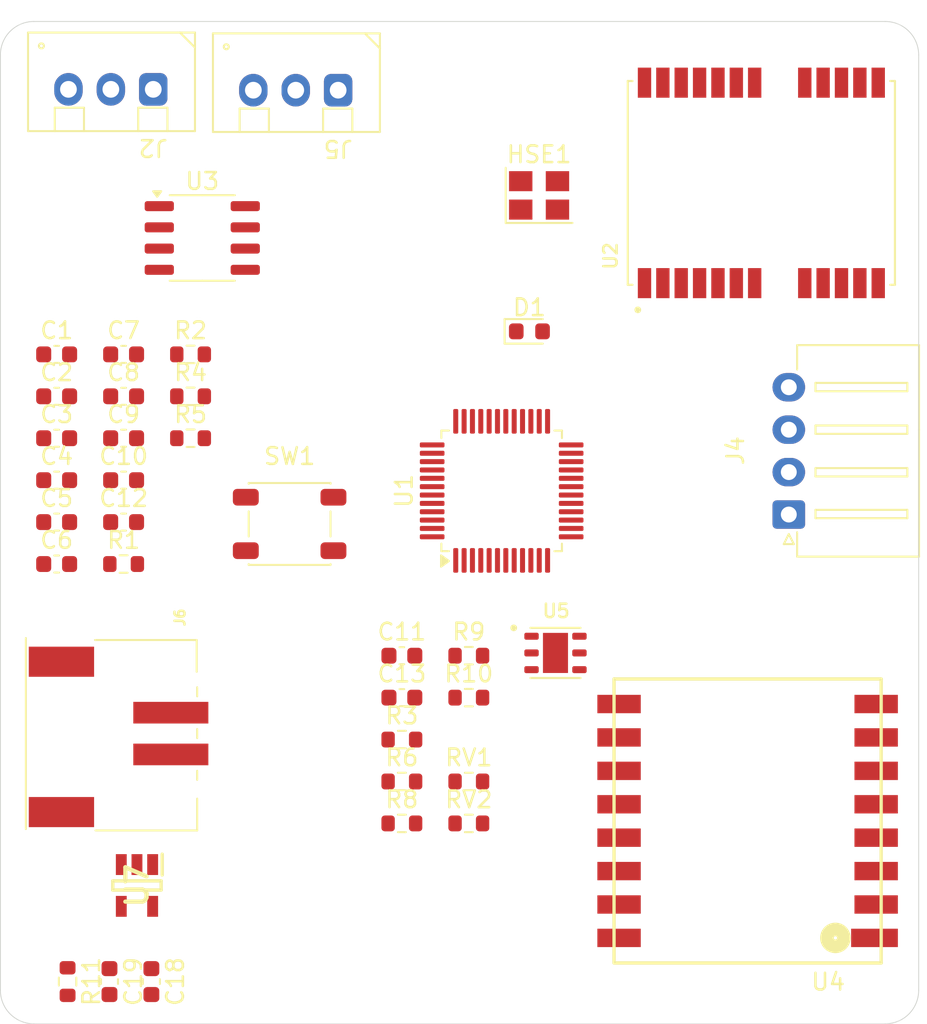
<source format=kicad_pcb>
(kicad_pcb (version 20240108) (generator "pcbnew") (generator_version "8.0")
  (layers (0 "F.Cu" signal) (31 "B.Cu" signal) (34 "B.Paste" user) (35 "F.Paste" user) (36 "B.SilkS" user "B.Silkscreen") (37 "F.SilkS" user "F.Silkscreen") (38 "B.Mask" user) (39 "F.Mask" user) (44 "Edge.Cuts" user))
  (net 0 "")
  (net 1 "VDD")
  (net 2 "GND")
  (net 3 "/MCU/NRST")
  (net 4 "/MCU/HSE_IN")
  (net 5 "/MCU/HSE_OUT")
  (net 6 "+BATT")
  (net 7 "Net-(D1-K)")
  (net 8 "/MCU/SWDIO")
  (net 9 "/MCU/SWCLK")
  (net 10 "/MCU/DEBUG_LED")
  (net 11 "/MCU/WIND_SPEED")
  (net 12 "/MCU/BOOT0")
  (net 13 "/MCU/SCL")
  (net 14 "/MCU/SDA")
  (net 15 "Net-(U7-EN)")
  (net 16 "/MCU/RAIN_GAUSE")
  (net 17 "Net-(U3A-+)")
  (net 18 "Net-(U3B-+)")
  (net 22 "/LORA/SCK")
  (net 25 "/LORA/DIO1")
  (net 30 "/LORA/MOSI")
  (net 31 "/LORA/NSS")
  (net 34 "/LORA/RESET")
  (net 39 "/LORA/MISO")
  (net 54 "Net-(R6-Pad2)")
  (net 55 "Net-(R8-Pad2)")
  (net 58 "Net-(J5-Pin_3)")
  (net 59 "Net-(J2-Pin_3)")
  (net 64 "Net-(U2-GND-Pad10)")
  (footprint "Capacitor_SMD:C_0603_1608Metric" (layer "F.Cu") (at 134.5854 93.756)
    (property "Reference" "C2" (at 0 -1.43 0) (layer "F.SilkS"))
    (property "Value" "100nF")
    (fp_line (start -0.14058 -0.51) (end 0.14058 -0.51) (stroke (width 0.12)) (layer "F.SilkS"))
    (fp_line (start -0.14058 0.51) (end 0.14058 0.51) (stroke (width 0.12)) (layer "F.SilkS"))
    (pad "1" smd roundrect (at -0.775 0) (size 0.9 0.95) (layers "F.Cu" "F.Paste" "F.Mask") (net 1 "VDD"))
    (pad "2" smd roundrect (at 0.775 0) (size 0.9 0.95) (layers "F.Cu" "F.Paste" "F.Mask") (net 2 "GND"))
  )
  (footprint "Resistor_SMD:R_0603_1608Metric" (layer "F.Cu") (at 155.2628 119.3236)
    (property "Reference" "R8" (at 0 -1.43 0) (layer "F.SilkS"))
    (property "Value" "1k")
    (fp_line (start -0.237258 -0.5225) (end 0.237258 -0.5225) (stroke (width 0.12)) (layer "F.SilkS"))
    (fp_line (start -0.237258 0.5225) (end 0.237258 0.5225) (stroke (width 0.12)) (layer "F.SilkS"))
    (pad "1" smd roundrect (at -0.825 0) (size 0.8 0.95) (layers "F.Cu" "F.Paste" "F.Mask") (net 18 "Net-(U3B-+)"))
    (pad "2" smd roundrect (at 0.825 0) (size 0.8 0.95) (layers "F.Cu" "F.Paste" "F.Mask") (net 55 "Net-(R8-Pad2)"))
  )
  (footprint "Capacitor_SMD:C_0603_1608Metric" (layer "F.Cu") (at 138.5954 91.246)
    (property "Reference" "C7" (at 0 -1.43 0) (layer "F.SilkS"))
    (property "Value" "100nF")
    (fp_line (start -0.14058 -0.51) (end 0.14058 -0.51) (stroke (width 0.12)) (layer "F.SilkS"))
    (fp_line (start -0.14058 0.51) (end 0.14058 0.51) (stroke (width 0.12)) (layer "F.SilkS"))
    (pad "1" smd roundrect (at -0.775 0) (size 0.9 0.95) (layers "F.Cu" "F.Paste" "F.Mask") (net 1 "VDD"))
    (pad "2" smd roundrect (at 0.775 0) (size 0.9 0.95) (layers "F.Cu" "F.Paste" "F.Mask") (net 2 "GND"))
  )
  (footprint "project241_footprint:SOT23_5" (layer "F.Cu") (at 139.3952 123.0376 -90)
    (property "Reference" "U7" (at 0 0 90) (layer "F.SilkS") (effects (font (size 1.27 1.27) (thickness 0.254))))
    (property "Value" "RT9013" (hide yes))
    (fp_line (start -0.275 1.448) (end -0.275 -1.448) (stroke (width 0.2)) (layer "F.SilkS"))
    (fp_line (start 0.275 1.448) (end -0.275 1.448) (stroke (width 0.2)) (layer "F.SilkS"))
    (fp_line (start -0.275 -1.448) (end 0.275 -1.448) (stroke (width 0.2)) (layer "F.SilkS"))
    (fp_line (start 0.275 -1.448) (end 0.275 1.448) (stroke (width 0.2)) (layer "F.SilkS"))
    (fp_line (start -1.875 -1.514) (end -0.625 -1.514) (stroke (width 0.2)) (layer "F.SilkS"))
    (pad "1" smd rect (at -1.25 -0.94) (size 0.65 1.25) (layers "F.Cu" "F.Paste" "F.Mask") (net 6 "+BATT"))
    (pad "2" smd rect (at -1.249999 0) (size 0.65 1.25) (layers "F.Cu" "F.Paste" "F.Mask") (net 2 "GND"))
    (pad "3" smd rect (at -1.25 0.94) (size 0.65 1.25) (layers "F.Cu" "F.Paste" "F.Mask") (net 15 "Net-(U7-EN)"))
    (pad "4" smd rect (at 1.25 0.94) (size 0.65 1.25) (layers "F.Cu" "F.Paste" "F.Mask"))
    (pad "5" smd rect (at 1.25 -0.94) (size 0.65 1.25) (layers "F.Cu" "F.Paste" "F.Mask") (net 1 "VDD"))
  )
  (footprint "Capacitor_SMD:C_0603_1608Metric" (layer "F.Cu") (at 138.5954 93.756)
    (property "Reference" "C8" (at 0 -1.43 0) (layer "F.SilkS"))
    (property "Value" "100nF")
    (fp_line (start -0.14058 -0.51) (end 0.14058 -0.51) (stroke (width 0.12)) (layer "F.SilkS"))
    (fp_line (start -0.14058 0.51) (end 0.14058 0.51) (stroke (width 0.12)) (layer "F.SilkS"))
    (pad "1" smd roundrect (at -0.775 0) (size 0.9 0.95) (layers "F.Cu" "F.Paste" "F.Mask") (net 1 "VDD"))
    (pad "2" smd roundrect (at 0.775 0) (size 0.9 0.95) (layers "F.Cu" "F.Paste" "F.Mask") (net 2 "GND"))
  )
  (footprint "Capacitor_SMD:C_0603_1608Metric" (layer "F.Cu") (at 137.748801 128.791 -90)
    (property "Reference" "C19" (at 0 -1.43 90) (layer "F.SilkS"))
    (property "Value" "1uF")
    (fp_line (start -0.140581 0.51) (end 0.140581 0.51) (stroke (width 0.12)) (layer "F.SilkS"))
    (fp_line (start -0.140581 -0.51) (end 0.140581 -0.51) (stroke (width 0.12)) (layer "F.SilkS"))
    (pad "1" smd roundrect (at -0.775 0 270) (size 0.9 0.95) (layers "F.Cu" "F.Paste" "F.Mask") (net 1 "VDD"))
    (pad "2" smd roundrect (at 0.775 0 270) (size 0.9 0.95) (layers "F.Cu" "F.Paste" "F.Mask") (net 2 "GND"))
  )
  (footprint "Capacitor_SMD:C_0603_1608Metric" (layer "F.Cu") (at 134.5854 98.776)
    (property "Reference" "C4" (at 0 -1.43 0) (layer "F.SilkS"))
    (property "Value" "15pF")
    (fp_line (start -0.14058 -0.51) (end 0.14058 -0.51) (stroke (width 0.12)) (layer "F.SilkS"))
    (fp_line (start -0.14058 0.51) (end 0.14058 0.51) (stroke (width 0.12)) (layer "F.SilkS"))
    (pad "1" smd roundrect (at -0.775 0) (size 0.9 0.95) (layers "F.Cu" "F.Paste" "F.Mask") (net 4 "/MCU/HSE_IN"))
    (pad "2" smd roundrect (at 0.775 0) (size 0.9 0.95) (layers "F.Cu" "F.Paste" "F.Mask") (net 2 "GND"))
  )
  (footprint "Crystal:Crystal_SMD_3225-4Pin_3.2x2.5mm" (layer "F.Cu") (at 163.4812 81.7284)
    (property "Reference" "HSE1" (at 0 -2.45 0) (layer "F.SilkS"))
    (property "Value" "8MHz")
    (fp_line (start -2 -1.65) (end -2 1.65) (stroke (width 0.12)) (layer "F.SilkS"))
    (fp_line (start -2 1.65) (end 2 1.65) (stroke (width 0.12)) (layer "F.SilkS"))
    (pad "1" smd rect (at -1.1 0.85) (size 1.4 1.2) (layers "F.Cu" "F.Paste" "F.Mask") (net 4 "/MCU/HSE_IN"))
    (pad "2" smd rect (at 1.1 0.85) (size 1.4 1.2) (layers "F.Cu" "F.Paste" "F.Mask") (net 2 "GND"))
    (pad "3" smd rect (at 1.1 -0.85) (size 1.4 1.2) (layers "F.Cu" "F.Paste" "F.Mask") (net 5 "/MCU/HSE_OUT"))
    (pad "4" smd rect (at -1.1 -0.85) (size 1.4 1.2) (layers "F.Cu" "F.Paste" "F.Mask") (net 2 "GND"))
  )
  (footprint "IVSFootprint:XH_3P_2.54mm_Vertical" (layer "F.Cu") (at 151.4456 75.4308 180)
    (property "Reference" "J5" (at 0 -3.5 180) (layer "F.SilkS"))
    (property "Value" "Rain_Hall")
    (fp_line (start 7.5 3.4) (end 7.5 -2.5) (stroke (width 0.12)) (layer "F.SilkS"))
    (fp_line (start 5.9 -1.099999) (end 5.9 -2.5) (stroke (width 0.12)) (layer "F.SilkS"))
    (fp_line (start 4.150001 -1.1) (end 5.9 -1.099999) (stroke (width 0.12)) (layer "F.SilkS"))
    (fp_line (start 4.15 -2.5) (end 4.150001 -1.1) (stroke (width 0.12)) (layer "F.SilkS"))
    (fp_line (start 0.900001 -1.1) (end 0.9 -2.5) (stroke (width 0.12)) (layer "F.SilkS"))
    (fp_line (start -0.85 -1.1) (end 0.900001 -1.1) (stroke (width 0.12)) (layer "F.SilkS"))
    (fp_line (start -0.85 -2.5) (end -0.85 -1.1) (stroke (width 0.12)) (layer "F.SilkS"))
    (fp_line (start -2.5 3.4) (end 7.5 3.4) (stroke (width 0.12)) (layer "F.SilkS"))
    (fp_line (start -2.5 3.4) (end -2.5 -2.5) (stroke (width 0.12)) (layer "F.SilkS"))
    (fp_line (start -2.5 2.5) (end -1.6 3.4) (stroke (width 0.12)) (layer "F.SilkS"))
    (fp_line (start -2.5 -2.5) (end 7.5 -2.5) (stroke (width 0.12)) (layer "F.SilkS"))
    (fp_circle (center 6.7 2.6) (end 6.7 2.75) (stroke (width 0.12)) (fill none) (layer "F.SilkS"))
    (pad "1" thru_hole roundrect (at 0 0 270) (size 1.95 1.7) (drill 1) (layers "*.Mask" "F.Cu" "In1.Cu" "B.Cu") (net 1 "VDD"))
    (pad "2" thru_hole oval (at 2.54 0 270) (size 1.95 1.7) (drill 1) (layers "*.Mask" "F.Cu" "In1.Cu" "B.Cu") (net 2 "GND"))
    (pad "3" thru_hole oval (at 5.079999 0 270) (size 1.95 1.7) (drill 1) (layers "*.Cu" "*.Mask") (net 58 "Net-(J5-Pin_3)"))
  )
  (footprint "IVSFootprint:XH_3P_2.54mm_Vertical" (layer "F.Cu") (at 140.3712 75.38 180)
    (property "Reference" "J2" (at 0 -3.5 180) (layer "F.SilkS"))
    (property "Value" "Wind_Hall")
    (fp_line (start 7.5 3.4) (end 7.5 -2.5) (stroke (width 0.12)) (layer "F.SilkS"))
    (fp_line (start 5.9 -1.099999) (end 5.9 -2.5) (stroke (width 0.12)) (layer "F.SilkS"))
    (fp_line (start 4.150001 -1.1) (end 5.9 -1.099999) (stroke (width 0.12)) (layer "F.SilkS"))
    (fp_line (start 4.15 -2.5) (end 4.150001 -1.1) (stroke (width 0.12)) (layer "F.SilkS"))
    (fp_line (start 0.900001 -1.1) (end 0.9 -2.5) (stroke (width 0.12)) (layer "F.SilkS"))
    (fp_line (start -0.85 -1.1) (end 0.900001 -1.1) (stroke (width 0.12)) (layer "F.SilkS"))
    (fp_line (start -0.85 -2.5) (end -0.85 -1.1) (stroke (width 0.12)) (layer "F.SilkS"))
    (fp_line (start -2.5 3.4) (end 7.5 3.4) (stroke (width 0.12)) (layer "F.SilkS"))
    (fp_line (start -2.5 3.4) (end -2.5 -2.5) (stroke (width 0.12)) (layer "F.SilkS"))
    (fp_line (start -2.5 2.5) (end -1.6 3.4) (stroke (width 0.12)) (layer "F.SilkS"))
    (fp_line (start -2.5 -2.5) (end 7.5 -2.5) (stroke (width 0.12)) (layer "F.SilkS"))
    (fp_circle (center 6.7 2.6) (end 6.7 2.75) (stroke (width 0.12)) (fill none) (layer "F.SilkS"))
    (pad "1" thru_hole roundrect (at 0 0 270) (size 1.95 1.7) (drill 1) (layers "*.Mask" "F.Cu" "In1.Cu" "B.Cu") (net 1 "VDD"))
    (pad "2" thru_hole oval (at 2.54 0 270) (size 1.95 1.7) (drill 1) (layers "*.Mask" "F.Cu" "In1.Cu" "B.Cu") (net 2 "GND"))
    (pad "3" thru_hole oval (at 5.079999 0 270) (size 1.95 1.7) (drill 1) (layers "*.Cu" "*.Mask") (net 59 "Net-(J2-Pin_3)"))
  )
  (footprint "Capacitor_SMD:C_0603_1608Metric" (layer "F.Cu") (at 140.2588 128.791 -90)
    (property "Reference" "C18" (at 0 -1.43 90) (layer "F.SilkS"))
    (property "Value" "1uF")
    (fp_line (start -0.140581 0.51) (end 0.140581 0.51) (stroke (width 0.12)) (layer "F.SilkS"))
    (fp_line (start -0.140581 -0.51) (end 0.140581 -0.51) (stroke (width 0.12)) (layer "F.SilkS"))
    (pad "1" smd roundrect (at -0.775 0 270) (size 0.9 0.95) (layers "F.Cu" "F.Paste" "F.Mask") (net 6 "+BATT"))
    (pad "2" smd roundrect (at 0.775 0 270) (size 0.9 0.95) (layers "F.Cu" "F.Paste" "F.Mask") (net 2 "GND"))
  )
  (footprint "Button_Switch_SMD:SW_SPST_PTS647_Sx38" (layer "F.Cu") (at 148.5392 101.3968)
    (property "Reference" "SW1" (at 0 -4.05 0) (layer "F.SilkS"))
    (property "Value" "RESET")
    (fp_line (start -2.45 -2.45) (end -2.45 -2.4) (stroke (width 0.12)) (layer "F.SilkS"))
    (fp_line (start -2.45 -2.45) (end 2.45 -2.45) (stroke (width 0.12)) (layer "F.SilkS"))
    (fp_line (start -2.45 -0.75) (end -2.45 0.75) (stroke (width 0.12)) (layer "F.SilkS"))
    (fp_line (start -2.45 2.45) (end -2.45 2.4) (stroke (width 0.12)) (layer "F.SilkS"))
    (fp_line (start -2.45 2.45) (end 2.45 2.45) (stroke (width 0.12)) (layer "F.SilkS"))
    (fp_line (start 2.45 -2.45) (end 2.45 -2.4) (stroke (width 0.12)) (layer "F.SilkS"))
    (fp_line (start 2.45 -0.75) (end 2.45 0.75) (stroke (width 0.12)) (layer "F.SilkS"))
    (fp_line (start 2.45 2.45) (end 2.45 2.4) (stroke (width 0.12)) (layer "F.SilkS"))
    (pad "1" smd roundrect (at -2.625 -1.6) (size 1.55 1) (layers "F.Cu" "F.Paste" "F.Mask") (net 2 "GND"))
    (pad "1" smd roundrect (at 2.625 -1.6) (size 1.55 1) (layers "F.Cu" "F.Paste" "F.Mask") (net 2 "GND"))
    (pad "2" smd roundrect (at -2.625 1.6) (size 1.55 1) (layers "F.Cu" "F.Paste" "F.Mask") (net 3 "/MCU/NRST"))
    (pad "2" smd roundrect (at 2.625 1.6) (size 1.55 1) (layers "F.Cu" "F.Paste" "F.Mask") (net 3 "/MCU/NRST"))
  )
  (footprint "project241_footprint:XCVR_NEO-6M-GPS" (layer "F.Cu") (at 176.7944 80.9808 90)
    (property "Reference" "U2" (at -4.37237 -9.035051 90) (layer "F.SilkS") (effects (font (size 0.8 0.8))))
    (property "Value" "~")
    (fp_line (start 6.1 -8) (end 6.1 -7.72) (stroke (width 0.127)) (layer "F.SilkS"))
    (fp_line (start -6.1 -8) (end 6.1 -8) (stroke (width 0.127)) (layer "F.SilkS"))
    (fp_line (start -6.1 -7.72) (end -6.1 -8) (stroke (width 0.127)) (layer "F.SilkS"))
    (fp_line (start -6.1 7.72) (end -6.1 8) (stroke (width 0.127)) (layer "F.SilkS"))
    (fp_line (start 6.1 8) (end 6.1 7.72) (stroke (width 0.127)) (layer "F.SilkS"))
    (fp_line (start -6.1 8) (end 6.1 8) (stroke (width 0.127)) (layer "F.SilkS"))
    (fp_circle (center -7.6 -7.4) (end -7.5 -7.4) (stroke (width 0.2)) (fill none) (layer "F.SilkS"))
    (pad "1" smd rect (at -6 -7 90) (size 1.8 0.8) (layers "F.Cu" "F.Mask"))
    (pad "2" smd rect (at -6 -5.9 90) (size 1.8 0.8) (layers "F.Cu" "F.Mask"))
    (pad "3" smd rect (at -6 -4.8 90) (size 1.8 0.8) (layers "F.Cu" "F.Mask"))
    (pad "4" smd rect (at -6 -3.7 90) (size 1.8 0.8) (layers "F.Cu" "F.Mask"))
    (pad "5" smd rect (at -6 -2.6 90) (size 1.8 0.8) (layers "F.Cu" "F.Mask"))
    (pad "6" smd rect (at -6 -1.5 90) (size 1.8 0.8) (layers "F.Cu" "F.Mask"))
    (pad "7" smd rect (at -6 -0.4 90) (size 1.8 0.8) (layers "F.Cu" "F.Mask"))
    (pad "8" smd rect (at -6 2.6 90) (size 1.8 0.8) (layers "F.Cu" "F.Mask"))
    (pad "9" smd rect (at -6 3.7 90) (size 1.8 0.8) (layers "F.Cu" "F.Mask"))
    (pad "10" smd rect (at -6 4.8 90) (size 1.8 0.8) (layers "F.Cu" "F.Mask") (net 64 "Net-(U2-GND-Pad10)"))
    (pad "11" smd rect (at -6 5.9 90) (size 1.8 0.8) (layers "F.Cu" "F.Mask"))
    (pad "12" smd rect (at -6 7 90) (size 1.8 0.8) (layers "F.Cu" "F.Mask") (net 64 "Net-(U2-GND-Pad10)"))
    (pad "13" smd rect (at 6 7 90) (size 1.8 0.8) (layers "F.Cu" "F.Mask") (net 64 "Net-(U2-GND-Pad10)"))
    (pad "14" smd rect (at 6 5.9 90) (size 1.8 0.8) (layers "F.Cu" "F.Mask"))
    (pad "15" smd rect (at 6 4.8 90) (size 1.8 0.8) (layers "F.Cu" "F.Mask"))
    (pad "16" smd rect (at 6 3.7 90) (size 1.8 0.8) (layers "F.Cu" "F.Mask"))
    (pad "17" smd rect (at 6 2.6 90) (size 1.8 0.8) (layers "F.Cu" "F.Mask"))
    (pad "18" smd rect (at 6 -0.4 90) (size 1.8 0.8) (layers "F.Cu" "F.Mask"))
    (pad "19" smd rect (at 6 -1.5 90) (size 1.8 0.8) (layers "F.Cu" "F.Mask"))
    (pad "20" smd rect (at 6 -2.6 90) (size 1.8 0.8) (layers "F.Cu" "F.Mask"))
    (pad "21" smd rect (at 6 -3.7 90) (size 1.8 0.8) (layers "F.Cu" "F.Mask"))
    (pad "22" smd rect (at 6 -4.8 90) (size 1.8 0.8) (layers "F.Cu" "F.Mask"))
    (pad "23" smd rect (at 6 -5.9 90) (size 1.8 0.8) (layers "F.Cu" "F.Mask"))
    (pad "24" smd rect (at 6 -7 90) (size 1.8 0.8) (layers "F.Cu" "F.Mask") (net 64 "Net-(U2-GND-Pad10)"))
  )
  (footprint "Package_SO:SO-8_3.9x4.9mm_P1.27mm" (layer "F.Cu") (at 143.3068 84.2772)
    (property "Reference" "U3" (at 0 -3.4 360) (layer "F.SilkS"))
    (property "Value" "LM393")
    (fp_line (start 0 -2.559999) (end -1.95 -2.56) (stroke (width 0.12)) (layer "F.SilkS"))
    (fp_line (start 0 -2.559999) (end 1.95 -2.56) (stroke (width 0.12)) (layer "F.SilkS"))
    (fp_line (start 0 2.559999) (end -1.95 2.56) (stroke (width 0.12)) (layer "F.SilkS"))
    (fp_line (start 0 2.559999) (end 1.95 2.56) (stroke (width 0.12)) (layer "F.SilkS"))
    (fp_poly (pts (xy -2.7 -2.465) (xy -2.939999 -2.795) (xy -2.46 -2.795) (xy -2.7 -2.465)) (stroke (width 0.12)) (fill solid) (layer "F.SilkS"))
    (pad "1" smd roundrect (at -2.575 -1.904999) (size 1.75 0.6) (layers "F.Cu" "F.Paste" "F.Mask") (net 11 "/MCU/WIND_SPEED"))
    (pad "2" smd roundrect (at -2.575 -0.635) (size 1.75 0.6) (layers "F.Cu" "F.Paste" "F.Mask") (net 59 "Net-(J2-Pin_3)"))
    (pad "3" smd roundrect (at -2.575 0.635) (size 1.75 0.6) (layers "F.Cu" "F.Paste" "F.Mask") (net 17 "Net-(U3A-+)"))
    (pad "4" smd roundrect (at -2.575 1.904999) (size 1.75 0.6) (layers "F.Cu" "F.Paste" "F.Mask") (net 1 "VDD"))
    (pad "5" smd roundrect (at 2.575 1.904999) (size 1.75 0.6) (layers "F.Cu" "F.Paste" "F.Mask") (net 18 "Net-(U3B-+)"))
    (pad "6" smd roundrect (at 2.575 0.635) (size 1.75 0.6) (layers "F.Cu" "F.Paste" "F.Mask") (net 58 "Net-(J5-Pin_3)"))
    (pad "7" smd roundrect (at 2.575 -0.635) (size 1.75 0.6) (layers "F.Cu" "F.Paste" "F.Mask") (net 16 "/MCU/RAIN_GAUSE"))
    (pad "8" smd roundrect (at 2.575 -1.904999) (size 1.75 0.6) (layers "F.Cu" "F.Paste" "F.Mask") (net 2 "GND"))
  )
  (footprint "Capacitor_SMD:C_0603_1608Metric" (layer "F.Cu") (at 155.2628 109.2836)
    (property "Reference" "C11" (at 0 -1.43 0) (layer "F.SilkS"))
    (property "Value" "100nF")
    (fp_line (start -0.14058 -0.51) (end 0.14058 -0.51) (stroke (width 0.12)) (layer "F.SilkS"))
    (fp_line (start -0.14058 0.51) (end 0.14058 0.51) (stroke (width 0.12)) (layer "F.SilkS"))
    (pad "1" smd roundrect (at -0.775 0) (size 0.9 0.95) (layers "F.Cu" "F.Paste" "F.Mask") (net 1 "VDD"))
    (pad "2" smd roundrect (at 0.775 0) (size 0.9 0.95) (layers "F.Cu" "F.Paste" "F.Mask") (net 2 "GND"))
  )
  (footprint "Capacitor_SMD:C_0603_1608Metric" (layer "F.Cu") (at 138.5954 96.266)
    (property "Reference" "C9" (at 0 -1.43 0) (layer "F.SilkS"))
    (property "Value" "100nF")
    (fp_line (start -0.14058 -0.51) (end 0.14058 -0.51) (stroke (width 0.12)) (layer "F.SilkS"))
    (fp_line (start -0.14058 0.51) (end 0.14058 0.51) (stroke (width 0.12)) (layer "F.SilkS"))
    (pad "1" smd roundrect (at -0.775 0) (size 0.9 0.95) (layers "F.Cu" "F.Paste" "F.Mask") (net 1 "VDD"))
    (pad "2" smd roundrect (at 0.775 0) (size 0.9 0.95) (layers "F.Cu" "F.Paste" "F.Mask") (net 2 "GND"))
  )
  (footprint "Resistor_SMD:R_0603_1608Metric" (layer "F.Cu") (at 155.2628 114.3036)
    (property "Reference" "R3" (at 0 -1.43 0) (layer "F.SilkS"))
    (property "Value" "1k")
    (fp_line (start -0.237258 -0.5225) (end 0.237258 -0.5225) (stroke (width 0.12)) (layer "F.SilkS"))
    (fp_line (start -0.237258 0.5225) (end 0.237258 0.5225) (stroke (width 0.12)) (layer "F.SilkS"))
    (pad "1" smd roundrect (at -0.825 0) (size 0.8 0.95) (layers "F.Cu" "F.Paste" "F.Mask") (net 16 "/MCU/RAIN_GAUSE"))
    (pad "2" smd roundrect (at 0.825 0) (size 0.8 0.95) (layers "F.Cu" "F.Paste" "F.Mask") (net 18 "Net-(U3B-+)"))
  )
  (footprint "IVSFootprint:XH_2P_2.54mm_Horizontal_SMD" (layer "F.Cu") (at 137.8712 113.9444 -90)
    (property "Reference" "J6" (at -6.95 -4.1 90) (layer "F.SilkS") (effects (font (size 0.6 0.6))))
    (property "Value" "BATT_CONN" (hide yes))
    (fp_line (start -5.715559 5.1308) (end 5.715559 5.1308) (stroke (width 0.12)) (layer "F.SilkS"))
    (fp_line (start -5.6 -5.100001) (end -5.6 0.990172) (stroke (width 0.12)) (layer "F.SilkS"))
    (fp_line (start -3.69774 -5.100001) (end -5.6 -5.100001) (stroke (width 0.12)) (layer "F.SilkS"))
    (fp_line (start -2.23044 -5.1308) (end -2.76956 -5.1308) (stroke (width 0.12)) (layer "F.SilkS"))
    (fp_line (start 0.26956 -5.1308) (end -0.26956 -5.1308) (stroke (width 0.12)) (layer "F.SilkS"))
    (fp_line (start 2.76956 -5.1308) (end 2.23044 -5.1308) (stroke (width 0.12)) (layer "F.SilkS"))
    (fp_line (start 3.89774 -5.1308) (end 5.8 -5.1308) (stroke (width 0.12)) (layer "F.SilkS"))
    (fp_line (start 5.8 -5.1308) (end 5.8 0.959371) (stroke (width 0.12)) (layer "F.SilkS"))
    (pad "1" smd rect (at -4.3 3) (size 3.9116 1.8034) (layers "F.Cu" "F.Paste" "F.Mask") (net 6 "+BATT"))
    (pad "1" smd rect (at -1.25 -3.552088 270) (size 1.2954 4.4958) (layers "F.Cu" "F.Paste" "F.Mask") (net 6 "+BATT"))
    (pad "1" smd rect (at 4.7 3) (size 3.9116 1.8034) (layers "F.Cu" "F.Paste" "F.Mask") (net 6 "+BATT"))
    (pad "2" smd rect (at 1.25 -3.552088 270) (size 1.2954 4.4958) (layers "F.Cu" "F.Paste" "F.Mask") (net 2 "GND"))
  )
  (footprint "Package_QFP:LQFP-48_7x7mm_P0.5mm" (layer "F.Cu") (at 161.2392 99.4156 90)
    (property "Reference" "U1" (at 0 -5.85 90) (layer "F.SilkS"))
    (property "Value" "STM32F103C8T6")
    (fp_line (start 3.61 -3.61) (end 3.61 -3.16) (stroke (width 0.12)) (layer "F.SilkS"))
    (fp_line (start 3.16 -3.61) (end 3.61 -3.61) (stroke (width 0.12)) (layer "F.SilkS"))
    (fp_line (start -3.16 -3.61) (end -3.61 -3.61) (stroke (width 0.12)) (layer "F.SilkS"))
    (fp_line (start -3.61 -3.61) (end -3.61 -3.16) (stroke (width 0.12)) (layer "F.SilkS"))
    (fp_line (start 3.61 3.61) (end 3.61 3.16) (stroke (width 0.12)) (layer "F.SilkS"))
    (fp_line (start 3.16 3.61) (end 3.61 3.61) (stroke (width 0.12)) (layer "F.SilkS"))
    (fp_line (start -3.16 3.61) (end -3.61 3.61) (stroke (width 0.12)) (layer "F.SilkS"))
    (fp_line (start -3.61 3.61) (end -3.61 3.16) (stroke (width 0.12)) (layer "F.SilkS"))
    (fp_poly (pts (xy -4.2 -3.16) (xy -4.54 -3.63) (xy -3.86 -3.63) (xy -4.2 -3.16)) (stroke (width 0.12)) (fill solid) (layer "F.SilkS"))
    (pad "1" smd roundrect (at -4.1625 -2.75 90) (size 1.475 0.3) (layers "F.Cu" "F.Paste" "F.Mask") (net 1 "VDD"))
    (pad "2" smd roundrect (at -4.1625 -2.25 90) (size 1.475 0.3) (layers "F.Cu" "F.Paste" "F.Mask") (net 10 "/MCU/DEBUG_LED"))
    (pad "3" smd roundrect (at -4.1625 -1.75 90) (size 1.475 0.3) (layers "F.Cu" "F.Paste" "F.Mask"))
    (pad "4" smd roundrect (at -4.1625 -1.249999 90) (size 1.475 0.3) (layers "F.Cu" "F.Paste" "F.Mask"))
    (pad "5" smd roundrect (at -4.1625 -0.75 90) (size 1.475 0.3) (layers "F.Cu" "F.Paste" "F.Mask") (net 4 "/MCU/HSE_IN"))
    (pad "6" smd roundrect (at -4.1625 -0.25 90) (size 1.475 0.3) (layers "F.Cu" "F.Paste" "F.Mask") (net 5 "/MCU/HSE_OUT"))
    (pad "7" smd roundrect (at -4.1625 0.25 90) (size 1.475 0.3) (layers "F.Cu" "F.Paste" "F.Mask") (net 3 "/MCU/NRST"))
    (pad "8" smd roundrect (at -4.1625 0.75 90) (size 1.475 0.3) (layers "F.Cu" "F.Paste" "F.Mask") (net 2 "GND"))
    (pad "9" smd roundrect (at -4.1625 1.249999 90) (size 1.475 0.3) (layers "F.Cu" "F.Paste" "F.Mask") (net 1 "VDD"))
    (pad "10" smd roundrect (at -4.1625 1.75 90) (size 1.475 0.3) (layers "F.Cu" "F.Paste" "F.Mask"))
    (pad "11" smd roundrect (at -4.1625 2.25 90) (size 1.475 0.3) (layers "F.Cu" "F.Paste" "F.Mask") (net 25 "/LORA/DIO1"))
    (pad "12" smd roundrect (at -4.1625 2.75 90) (size 1.475 0.3) (layers "F.Cu" "F.Paste" "F.Mask"))
    (pad "13" smd roundrect (at -2.75 4.1625 90) (size 0.3 1.475) (layers "F.Cu" "F.Paste" "F.Mask") (net 34 "/LORA/RESET"))
    (pad "14" smd roundrect (at -2.25 4.1625 90) (size 0.3 1.475) (layers "F.Cu" "F.Paste" "F.Mask") (net 31 "/LORA/NSS"))
    (pad "15" smd roundrect (at -1.75 4.1625 90) (size 0.3 1.475) (layers "F.Cu" "F.Paste" "F.Mask") (net 22 "/LORA/SCK"))
    (pad "16" smd roundrect (at -1.249999 4.1625 90) (size 0.3 1.475) (layers "F.Cu" "F.Paste" "F.Mask") (net 39 "/LORA/MISO"))
    (pad "17" smd roundrect (at -0.75 4.1625 90) (size 0.3 1.475) (layers "F.Cu" "F.Paste" "F.Mask") (net 30 "/LORA/MOSI"))
    (pad "18" smd roundrect (at -0.25 4.1625 90) (size 0.3 1.475) (layers "F.Cu" "F.Paste" "F.Mask"))
    (pad "19" smd roundrect (at 0.25 4.1625 90) (size 0.3 1.475) (layers "F.Cu" "F.Paste" "F.Mask"))
    (pad "20" smd roundrect (at 0.75 4.1625 90) (size 0.3 1.475) (layers "F.Cu" "F.Paste" "F.Mask"))
    (pad "21" smd roundrect (at 1.249999 4.1625 90) (size 0.3 1.475) (layers "F.Cu" "F.Paste" "F.Mask"))
    (pad "22" smd roundrect (at 1.75 4.1625 90) (size 0.3 1.475) (layers "F.Cu" "F.Paste" "F.Mask"))
    (pad "23" smd roundrect (at 2.25 4.1625 90) (size 0.3 1.475) (layers "F.Cu" "F.Paste" "F.Mask") (net 2 "GND"))
    (pad "24" smd roundrect (at 2.75 4.1625 90) (size 0.3 1.475) (layers "F.Cu" "F.Paste" "F.Mask") (net 1 "VDD"))
    (pad "25" smd roundrect (at 4.1625 2.75 90) (size 1.475 0.3) (layers "F.Cu" "F.Paste" "F.Mask"))
    (pad "26" smd roundrect (at 4.1625 2.25 90) (size 1.475 0.3) (layers "F.Cu" "F.Paste" "F.Mask"))
    (pad "27" smd roundrect (at 4.1625 1.75 90) (size 1.475 0.3) (layers "F.Cu" "F.Paste" "F.Mask"))
    (pad "28" smd roundrect (at 4.1625 1.249999 90) (size 1.475 0.3) (layers "F.Cu" "F.Paste" "F.Mask"))
    (pad "29" smd roundrect (at 4.1625 0.75 90) (size 1.475 0.3) (layers "F.Cu" "F.Paste" "F.Mask"))
    (pad "30" smd roundrect (at 4.1625 0.25 90) (size 1.475 0.3) (layers "F.Cu" "F.Paste" "F.Mask"))
    (pad "31" smd roundrect (at 4.1625 -0.25 90) (size 1.475 0.3) (layers "F.Cu" "F.Paste" "F.Mask"))
    (pad "32" smd roundrect (at 4.1625 -0.75 90) (size 1.475 0.3) (layers "F.Cu" "F.Paste" "F.Mask"))
    (pad "33" smd roundrect (at 4.1625 -1.249999 90) (size 1.475 0.3) (layers "F.Cu" "F.Paste" "F.Mask"))
    (pad "34" smd roundrect (at 4.1625 -1.75 90) (size 1.475 0.3) (layers "F.Cu" "F.Paste" "F.Mask") (net 8 "/MCU/SWDIO"))
    (pad "35" smd roundrect (at 4.1625 -2.25 90) (size 1.475 0.3) (layers "F.Cu" "F.Paste" "F.Mask") (net 2 "GND"))
    (pad "36" smd roundrect (at 4.1625 -2.75 90) (size 1.475 0.3) (layers "F.Cu" "F.Paste" "F.Mask") (net 1 "VDD"))
    (pad "37" smd roundrect (at 2.75 -4.1625 90) (size 0.3 1.475) (layers "F.Cu" "F.Paste" "F.Mask") (net 9 "/MCU/SWCLK"))
    (pad "38" smd roundrect (at 2.25 -4.1625 90) (size 0.3 1.475) (layers "F.Cu" "F.Paste" "F.Mask"))
    (pad "39" smd roundrect (at 1.75 -4.1625 90) (size 0.3 1.475) (layers "F.Cu" "F.Paste" "F.Mask"))
    (pad "40" smd roundrect (at 1.249999 -4.1625 90) (size 0.3 1.475) (layers "F.Cu" "F.Paste" "F.Mask") (net 11 "/MCU/WIND_SPEED"))
    (pad "41" smd roundrect (at 0.75 -4.1625 90) (size 0.3 1.475) (layers "F.Cu" "F.Paste" "F.Mask") (net 16 "/MCU/RAIN_GAUSE"))
    (pad "42" smd roundrect (at 0.25 -4.1625 90) (size 0.3 1.475) (layers "F.Cu" "F.Paste" "F.Mask") (net 13 "/MCU/SCL"))
    (pad "43" smd roundrect (at -0.25 -4.1625 90) (size 0.3 1.475) (layers "F.Cu" "F.Paste" "F.Mask") (net 14 "/MCU/SDA"))
    (pad "44" smd roundrect (at -0.75 -4.1625 90) (size 0.3 1.475) (layers "F.Cu" "F.Paste" "F.Mask") (net 12 "/MCU/BOOT0"))
    (pad "45" smd roundrect (at -1.249999 -4.1625 90) (size 0.3 1.475) (layers "F.Cu" "F.Paste" "F.Mask"))
    (pad "46" smd roundrect (at -1.75 -4.1625 90) (size 0.3 1.475) (layers "F.Cu" "F.Paste" "F.Mask"))
    (pad "47" smd roundrect (at -2.25 -4.1625 90) (size 0.3 1.475) (layers "F.Cu" "F.Paste" "F.Mask") (net 2 "GND"))
    (pad "48" smd roundrect (at -2.75 -4.1625 90) (size 0.3 1.475) (layers "F.Cu" "F.Paste" "F.Mask") (net 1 "VDD"))
  )
  (footprint "Capacitor_SMD:C_0603_1608Metric" (layer "F.Cu") (at 134.5854 103.796)
    (property "Reference" "C6" (at 0 -1.43 0) (layer "F.SilkS"))
    (property "Value" "15pF")
    (fp_line (start -0.14058 -0.51) (end 0.14058 -0.51) (stroke (width 0.12)) (layer "F.SilkS"))
    (fp_line (start -0.14058 0.51) (end 0.14058 0.51) (stroke (width 0.12)) (layer "F.SilkS"))
    (pad "1" smd roundrect (at -0.775 0) (size 0.9 0.95) (layers "F.Cu" "F.Paste" "F.Mask") (net 5 "/MCU/HSE_OUT"))
    (pad "2" smd roundrect (at 0.775 0) (size 0.9 0.95) (layers "F.Cu" "F.Paste" "F.Mask") (net 2 "GND"))
  )
  (footprint "Capacitor_SMD:C_0603_1608Metric" (layer "F.Cu") (at 134.5854 91.246)
    (property "Reference" "C1" (at 0 -1.43 0) (layer "F.SilkS"))
    (property "Value" "4.7uF")
    (fp_line (start -0.14058 -0.51) (end 0.14058 -0.51) (stroke (width 0.12)) (layer "F.SilkS"))
    (fp_line (start -0.14058 0.51) (end 0.14058 0.51) (stroke (width 0.12)) (layer "F.SilkS"))
    (pad "1" smd roundrect (at -0.775 0) (size 0.9 0.95) (layers "F.Cu" "F.Paste" "F.Mask") (net 1 "VDD"))
    (pad "2" smd roundrect (at 0.775 0) (size 0.9 0.95) (layers "F.Cu" "F.Paste" "F.Mask") (net 2 "GND"))
  )
  (footprint "Resistor_SMD:R_0603_1608Metric" (layer "F.Cu") (at 138.5954 103.796)
    (property "Reference" "R1" (at 0 -1.43 0) (layer "F.SilkS"))
    (property "Value" "10k")
    (fp_line (start -0.237258 -0.5225) (end 0.237258 -0.5225) (stroke (width 0.12)) (layer "F.SilkS"))
    (fp_line (start -0.237258 0.5225) (end 0.237258 0.5225) (stroke (width 0.12)) (layer "F.SilkS"))
    (pad "1" smd roundrect (at -0.825 0) (size 0.8 0.95) (layers "F.Cu" "F.Paste" "F.Mask") (net 3 "/MCU/NRST"))
    (pad "2" smd roundrect (at 0.825 0) (size 0.8 0.95) (layers "F.Cu" "F.Paste" "F.Mask") (net 1 "VDD"))
  )
  (footprint "Capacitor_SMD:C_0603_1608Metric" (layer "F.Cu") (at 134.5854 101.286)
    (property "Reference" "C5" (at 0 -1.43 0) (layer "F.SilkS"))
    (property "Value" "100nF")
    (fp_line (start -0.14058 -0.51) (end 0.14058 -0.51) (stroke (width 0.12)) (layer "F.SilkS"))
    (fp_line (start -0.14058 0.51) (end 0.14058 0.51) (stroke (width 0.12)) (layer "F.SilkS"))
    (pad "1" smd roundrect (at -0.775 0) (size 0.9 0.95) (layers "F.Cu" "F.Paste" "F.Mask") (net 1 "VDD"))
    (pad "2" smd roundrect (at 0.775 0) (size 0.9 0.95) (layers "F.Cu" "F.Paste" "F.Mask") (net 2 "GND"))
  )
  (footprint "Capacitor_SMD:C_0603_1608Metric" (layer "F.Cu") (at 138.5954 98.776)
    (property "Reference" "C10" (at 0 -1.43 0) (layer "F.SilkS"))
    (property "Value" "1uF")
    (fp_line (start -0.14058 -0.51) (end 0.14058 -0.51) (stroke (width 0.12)) (layer "F.SilkS"))
    (fp_line (start -0.14058 0.51) (end 0.14058 0.51) (stroke (width 0.12)) (layer "F.SilkS"))
    (pad "1" smd roundrect (at -0.775 0) (size 0.9 0.95) (layers "F.Cu" "F.Paste" "F.Mask") (net 1 "VDD"))
    (pad "2" smd roundrect (at 0.775 0) (size 0.9 0.95) (layers "F.Cu" "F.Paste" "F.Mask") (net 2 "GND"))
  )
  (footprint "Capacitor_SMD:C_0603_1608Metric" (layer "F.Cu") (at 134.5854 96.266)
    (property "Reference" "C3" (at 0 -1.43 0) (layer "F.SilkS"))
    (property "Value" "4.7nF")
    (fp_line (start -0.14058 -0.51) (end 0.14058 -0.51) (stroke (width 0.12)) (layer "F.SilkS"))
    (fp_line (start -0.14058 0.51) (end 0.14058 0.51) (stroke (width 0.12)) (layer "F.SilkS"))
    (pad "1" smd roundrect (at -0.775 0) (size 0.9 0.95) (layers "F.Cu" "F.Paste" "F.Mask") (net 3 "/MCU/NRST"))
    (pad "2" smd roundrect (at 0.775 0) (size 0.9 0.95) (layers "F.Cu" "F.Paste" "F.Mask") (net 2 "GND"))
  )
  (footprint "IVSFootprint:XH_4P_2.54mm_Horizontal" (layer "F.Cu") (at 178.4382 97.003 90)
    (property "Reference" "J4" (at 0 -3.2 90) (layer "F.SilkS"))
    (property "Value" "SPI CONNECTOR")
    (fp_line (start -5.6 -0.3) (end -5 0) (stroke (width 0.12)) (layer "F.SilkS"))
    (fp_line (start -5 0) (end -5.6 0.3) (stroke (width 0.12)) (layer "F.SilkS"))
    (fp_line (start -5.6 0.3) (end -5.6 -0.3) (stroke (width 0.12)) (layer "F.SilkS"))
    (fp_line (start 6.31 0.5) (end 4.85 0.5) (stroke (width 0.12)) (layer "F.SilkS"))
    (fp_line (start -6.35 0.5) (end -4.89 0.5) (stroke (width 0.12)) (layer "F.SilkS"))
    (fp_line (start 4.05 1.6) (end 3.55 1.6) (stroke (width 0.12)) (layer "F.SilkS"))
    (fp_line (start 3.55 1.6) (end 3.55 7.1) (stroke (width 0.12)) (layer "F.SilkS"))
    (fp_line (start 1.5 1.6) (end 1 1.6) (stroke (width 0.12)) (layer "F.SilkS"))
    (fp_line (start 1 1.6) (end 1 7.1) (stroke (width 0.12)) (layer "F.SilkS"))
    (fp_line (start -1.05 1.6) (end -1.55 1.6) (stroke (width 0.12)) (layer "F.SilkS"))
    (fp_line (start -1.55 1.6) (end -1.55 7.1) (stroke (width 0.12)) (layer "F.SilkS"))
    (fp_line (start -3.55 1.6) (end -4.05 1.6) (stroke (width 0.12)) (layer "F.SilkS"))
    (fp_line (start -4.05 1.6) (end -4.05 7.1) (stroke (width 0.12)) (layer "F.SilkS"))
    (fp_line (start 4.05 7.1) (end 4.05 1.6) (stroke (width 0.12)) (layer "F.SilkS"))
    (fp_line (start 3.55 7.1) (end 4.05 7.1) (stroke (width 0.12)) (layer "F.SilkS"))
    (fp_line (start 1.5 7.1) (end 1.5 1.6) (stroke (width 0.12)) (layer "F.SilkS"))
    (fp_line (start 1 7.1) (end 1.5 7.1) (stroke (width 0.12)) (layer "F.SilkS"))
    (fp_line (start -1.05 7.1) (end -1.05 1.6) (stroke (width 0.12)) (layer "F.SilkS"))
    (fp_line (start -1.55 7.1) (end -1.05 7.1) (stroke (width 0.12)) (layer "F.SilkS"))
    (fp_line (start -3.55 7.1) (end -3.55 1.6) (stroke (width 0.12)) (layer "F.SilkS"))
    (fp_line (start -4.05 7.1) (end -3.55 7.1) (stroke (width 0.12)) (layer "F.SilkS"))
    (fp_line (start 6.31 7.8) (end 6.31 0.5) (stroke (width 0.12)) (layer "F.SilkS"))
    (fp_line (start 1.25 7.8) (end 6.31 7.8) (stroke (width 0.12)) (layer "F.SilkS"))
    (fp_line (start 1.25 7.8) (end -6.35 7.8) (stroke (width 0.12)) (layer "F.SilkS"))
    (fp_line (start -6.35 7.8) (end -6.35 0.5) (stroke (width 0.12)) (layer "F.SilkS"))
    (pad "1" thru_hole roundrect (at -3.83 0 90) (size 1.7 1.95) (drill 0.95) (layers "*.Cu" "*.Mask") (roundrect_rratio 0.147059) (net 1 "VDD"))
    (pad "2" thru_hole oval (at -1.29 0 90) (size 1.7 1.95) (drill 0.95) (layers "*.Cu" "*.Mask") (net 8 "/MCU/SWDIO"))
    (pad "3" thru_hole oval (at 1.25 0 90) (size 1.7 1.95) (drill 0.95) (layers "*.Cu" "*.Mask") (net 9 "/MCU/SWCLK"))
    (pad "4" thru_hole oval (at 3.79 0 90) (size 1.7 1.95) (drill 0.95) (layers "*.Cu" "*.Mask") (net 2 "GND"))
  )
  (footprint "Resistor_SMD:R_0603_1608Metric" (layer "F.Cu") (at 135.238801 128.791 -90)
    (property "Reference" "R11" (at 0 -1.43 90) (layer "F.SilkS"))
    (property "Value" "10k")
    (fp_line (start -0.237258 0.5225) (end 0.237258 0.5225) (stroke (width 0.12)) (layer "F.SilkS"))
    (fp_line (start -0.237258 -0.5225) (end 0.237258 -0.5225) (stroke (width 0.12)) (layer "F.SilkS"))
    (pad "1" smd roundrect (at -0.825 0 270) (size 0.8 0.95) (layers "F.Cu" "F.Paste" "F.Mask") (net 6 "+BATT"))
    (pad "2" smd roundrect (at 0.825 0 270) (size 0.8 0.95) (layers "F.Cu" "F.Paste" "F.Mask") (net 15 "Net-(U7-EN)"))
  )
  (footprint "Resistor_SMD:R_0603_1608Metric" (layer "F.Cu") (at 159.2728 116.8136)
    (property "Reference" "RV1" (at 0 -1.43 0) (layer "F.SilkS"))
    (property "Value" "10k")
    (fp_line (start -0.237258 -0.5225) (end 0.237258 -0.5225) (stroke (width 0.12)) (layer "F.SilkS"))
    (fp_line (start -0.237258 0.5225) (end 0.237258 0.5225) (stroke (width 0.12)) (layer "F.SilkS"))
    (pad "1" smd roundrect (at -0.825 0) (size 0.8 0.95) (layers "F.Cu" "F.Paste" "F.Mask") (net 1 "VDD"))
    (pad "2" smd roundrect (at 0.825 0) (size 0.8 0.95) (layers "F.Cu" "F.Paste" "F.Mask") (net 54 "Net-(R6-Pad2)"))
  )
  (footprint "Resistor_SMD:R_0603_1608Metric" (layer "F.Cu") (at 159.2728 119.3236)
    (property "Reference" "RV2" (at 0 -1.43 0) (layer "F.SilkS"))
    (property "Value" "10k")
    (fp_line (start -0.237258 -0.5225) (end 0.237258 -0.5225) (stroke (width 0.12)) (layer "F.SilkS"))
    (fp_line (start -0.237258 0.5225) (end 0.237258 0.5225) (stroke (width 0.12)) (layer "F.SilkS"))
    (pad "1" smd roundrect (at -0.825 0) (size 0.8 0.95) (layers "F.Cu" "F.Paste" "F.Mask") (net 1 "VDD"))
    (pad "2" smd roundrect (at 0.825 0) (size 0.8 0.95) (layers "F.Cu" "F.Paste" "F.Mask") (net 55 "Net-(R8-Pad2)"))
  )
  (footprint "Resistor_SMD:R_0603_1608Metric" (layer "F.Cu") (at 159.2728 111.7936)
    (property "Reference" "R10" (at 0 -1.43 0) (layer "F.SilkS"))
    (property "Value" "10k")
    (fp_line (start -0.237258 -0.5225) (end 0.237258 -0.5225) (stroke (width 0.12)) (layer "F.SilkS"))
    (fp_line (start -0.237258 0.5225) (end 0.237258 0.5225) (stroke (width 0.12)) (layer "F.SilkS"))
    (pad "1" smd roundrect (at -0.825 0) (size 0.8 0.95) (layers "F.Cu" "F.Paste" "F.Mask") (net 14 "/MCU/SDA"))
    (pad "2" smd roundrect (at 0.825 0) (size 0.8 0.95) (layers "F.Cu" "F.Paste" "F.Mask") (net 1 "VDD"))
  )
  (footprint "project241_footprint:SON100P300X300X80-7N" (layer "F.Cu") (at 164.4631 109.1184)
    (property "Reference" "U5" (at 0.04002 -2.50913 0) (layer "F.SilkS") (effects (font (size 0.800362 0.800362))))
    (property "Value" "HDC1080")
    (fp_line (start -1.5 -1.5) (end 1.5 -1.5) (stroke (width 0.127)) (layer "F.SilkS"))
    (fp_line (start 1.5 1.5) (end -1.5 1.5) (stroke (width 0.127)) (layer "F.SilkS"))
    (fp_circle (center -2.5 -1.5) (end -2.4 -1.5) (stroke (width 0.2)) (fill none) (layer "F.SilkS"))
    (pad "1" smd roundrect (at -1.435 -1) (size 0.86 0.42) (layers "F.Cu" "F.Paste" "F.Mask") (net 14 "/MCU/SDA"))
    (pad "2" smd roundrect (at -1.435 0) (size 0.86 0.42) (layers "F.Cu" "F.Paste" "F.Mask") (net 2 "GND"))
    (pad "3" smd roundrect (at -1.435 1) (size 0.86 0.42) (layers "F.Cu" "F.Paste" "F.Mask"))
    (pad "4" smd roundrect (at 1.435 1) (size 0.86 0.42) (layers "F.Cu" "F.Paste" "F.Mask"))
    (pad "5" smd roundrect (at 1.435 0) (size 0.86 0.42) (layers "F.Cu" "F.Paste" "F.Mask") (net 1 "VDD"))
    (pad "6" smd roundrect (at 1.435 -1) (size 0.86 0.42) (layers "F.Cu" "F.Paste" "F.Mask") (net 13 "/MCU/SCL"))
    (pad "7" smd rect (at 0 0) (size 1.5 2.4) (layers "F.Cu" "F.Mask"))
  )
  (footprint "Capacitor_SMD:C_0603_1608Metric" (layer "F.Cu") (at 155.2628 111.7936)
    (property "Reference" "C13" (at 0 -1.43 0) (layer "F.SilkS"))
    (property "Value" "100nF")
    (fp_line (start -0.14058 -0.51) (end 0.14058 -0.51) (stroke (width 0.12)) (layer "F.SilkS"))
    (fp_line (start -0.14058 0.51) (end 0.14058 0.51) (stroke (width 0.12)) (layer "F.SilkS"))
    (pad "1" smd roundrect (at -0.775 0) (size 0.9 0.95) (layers "F.Cu" "F.Paste" "F.Mask") (net 2 "GND"))
    (pad "2" smd roundrect (at 0.775 0) (size 0.9 0.95) (layers "F.Cu" "F.Paste" "F.Mask") (net 1 "VDD"))
  )
  (footprint "Resistor_SMD:R_0603_1608Metric" (layer "F.Cu") (at 142.6054 96.266)
    (property "Reference" "R5" (at 0 -1.43 0) (layer "F.SilkS"))
    (property "Value" "1k")
    (fp_line (start -0.237258 -0.5225) (end 0.237258 -0.5225) (stroke (width 0.12)) (layer "F.SilkS"))
    (fp_line (start -0.237258 0.5225) (end 0.237258 0.5225) (stroke (width 0.12)) (layer "F.SilkS"))
    (pad "1" smd roundrect (at -0.825 0) (size 0.8 0.95) (layers "F.Cu" "F.Paste" "F.Mask") (net 11 "/MCU/WIND_SPEED"))
    (pad "2" smd roundrect (at 0.825 0) (size 0.8 0.95) (layers "F.Cu" "F.Paste" "F.Mask") (net 17 "Net-(U3A-+)"))
  )
  (footprint "Capacitor_SMD:C_0603_1608Metric" (layer "F.Cu") (at 138.5954 101.286)
    (property "Reference" "C12" (at 0 -1.43 0) (layer "F.SilkS"))
    (property "Value" "100nF")
    (fp_line (start -0.14058 -0.51) (end 0.14058 -0.51) (stroke (width 0.12)) (layer "F.SilkS"))
    (fp_line (start -0.14058 0.51) (end 0.14058 0.51) (stroke (width 0.12)) (layer "F.SilkS"))
    (pad "1" smd roundrect (at -0.775 0) (size 0.9 0.95) (layers "F.Cu" "F.Paste" "F.Mask") (net 1 "VDD"))
    (pad "2" smd roundrect (at 0.775 0) (size 0.9 0.95) (layers "F.Cu" "F.Paste" "F.Mask") (net 2 "GND"))
  )
  (footprint "Resistor_SMD:R_0603_1608Metric" (layer "F.Cu") (at 155.2628 116.8136)
    (property "Reference" "R6" (at 0 -1.43 0) (layer "F.SilkS"))
    (property "Value" "1k")
    (fp_line (start -0.237258 -0.5225) (end 0.237258 -0.5225) (stroke (width 0.12)) (layer "F.SilkS"))
    (fp_line (start -0.237258 0.5225) (end 0.237258 0.5225) (stroke (width 0.12)) (layer "F.SilkS"))
    (pad "1" smd roundrect (at -0.825 0) (size 0.8 0.95) (layers "F.Cu" "F.Paste" "F.Mask") (net 17 "Net-(U3A-+)"))
    (pad "2" smd roundrect (at 0.825 0) (size 0.8 0.95) (layers "F.Cu" "F.Paste" "F.Mask") (net 54 "Net-(R6-Pad2)"))
  )
  (footprint "Resistor_SMD:R_0603_1608Metric" (layer "F.Cu") (at 142.6054 93.756)
    (property "Reference" "R4" (at 0 -1.43 0) (layer "F.SilkS"))
    (property "Value" "10k")
    (fp_line (start -0.237258 -0.5225) (end 0.237258 -0.5225) (stroke (width 0.12)) (layer "F.SilkS"))
    (fp_line (start -0.237258 0.5225) (end 0.237258 0.5225) (stroke (width 0.12)) (layer "F.SilkS"))
    (pad "1" smd roundrect (at -0.825 0) (size 0.8 0.95) (layers "F.Cu" "F.Paste" "F.Mask") (net 12 "/MCU/BOOT0"))
    (pad "2" smd roundrect (at 0.825 0) (size 0.8 0.95) (layers "F.Cu" "F.Paste" "F.Mask") (net 2 "GND"))
  )
  (footprint "Resistor_SMD:R_0603_1608Metric" (layer "F.Cu") (at 159.2728 109.2836)
    (property "Reference" "R9" (at 0 -1.43 0) (layer "F.SilkS"))
    (property "Value" "10k")
    (fp_line (start -0.237258 -0.5225) (end 0.237258 -0.5225) (stroke (width 0.12)) (layer "F.SilkS"))
    (fp_line (start -0.237258 0.5225) (end 0.237258 0.5225) (stroke (width 0.12)) (layer "F.SilkS"))
    (pad "1" smd roundrect (at -0.825 0) (size 0.8 0.95) (layers "F.Cu" "F.Paste" "F.Mask") (net 13 "/MCU/SCL"))
    (pad "2" smd roundrect (at 0.825 0) (size 0.8 0.95) (layers "F.Cu" "F.Paste" "F.Mask") (net 1 "VDD"))
  )
  (footprint "project241_footprint:RA-02" (layer "F.Cu") (at 175.9712 119.1768 180)
    (property "Reference" "U4" (at -4.825 -9.635 360) (layer "F.SilkS"))
    (property "Value" "RA02")
    (fp_line (start 8 -8.5) (end 8 8.5) (stroke (width 0.2)) (layer "F.SilkS"))
    (fp_line (start -8 8.5) (end 8 8.5) (stroke (width 0.2)) (layer "F.SilkS"))
    (fp_line (start -8 8.5) (end -8 -8.5) (stroke (width 0.2)) (layer "F.SilkS"))
    (fp_line (start -8 -8.5) (end 8 -8.5) (stroke (width 0.2)) (layer "F.SilkS"))
    (fp_circle (center -5.258 -7) (end -5.158 -7) (stroke (width 0.8128)) (fill none) (layer "F.SilkS"))
    (pad "1" smd rect (at -7.6 -7 180) (size 2.8 1.1) (layers "F.Cu" "F.Paste" "F.Mask") (net 2 "GND"))
    (pad "2" smd rect (at -7.7 -5 180) (size 2.6 1.1) (layers "F.Cu" "F.Paste" "F.Mask") (net 2 "GND"))
    (pad "3" smd rect (at -7.7 -3 180) (size 2.6 1.1) (layers "F.Cu" "F.Paste" "F.Mask") (net 1 "VDD"))
    (pad "4" smd rect (at -7.7 -1 180) (size 2.6 1.1) (layers "F.Cu" "F.Paste" "F.Mask") (net 34 "/LORA/RESET"))
    (pad "5" smd rect (at -7.7 1 180) (size 2.6 1.1) (layers "F.Cu" "F.Paste" "F.Mask") (net 25 "/LORA/DIO1"))
    (pad "6" smd rect (at -7.7 3 180) (size 2.6 1.1) (layers "F.Cu" "F.Paste" "F.Mask"))
    (pad "7" smd rect (at -7.7 5 180) (size 2.6 1.1) (layers "F.Cu" "F.Paste" "F.Mask"))
    (pad "8" smd rect (at -7.7 7 180) (size 2.6 1.1) (layers "F.Cu" "F.Paste" "F.Mask"))
    (pad "9" smd rect (at 7.7 7 180) (size 2.6 1.1) (layers "F.Cu" "F.Paste" "F.Mask") (net 2 "GND"))
    (pad "10" smd rect (at 7.7 5 180) (size 2.6 1.1) (layers "F.Cu" "F.Paste" "F.Mask"))
    (pad "11" smd rect (at 7.7 3 180) (size 2.6 1.1) (layers "F.Cu" "F.Paste" "F.Mask"))
    (pad "12" smd rect (at 7.7 1 180) (size 2.6 1.1) (layers "F.Cu" "F.Paste" "F.Mask") (net 22 "/LORA/SCK"))
    (pad "13" smd rect (at 7.7 -1 180) (size 2.6 1.1) (layers "F.Cu" "F.Paste" "F.Mask") (net 39 "/LORA/MISO"))
    (pad "14" smd rect (at 7.7 -3 180) (size 2.6 1.1) (layers "F.Cu" "F.Paste" "F.Mask") (net 30 "/LORA/MOSI"))
    (pad "15" smd rect (at 7.7 -5 180) (size 2.6 1.1) (layers "F.Cu" "F.Paste" "F.Mask") (net 31 "/LORA/NSS"))
    (pad "16" smd rect (at 7.7 -7 180) (size 2.6 1.1) (layers "F.Cu" "F.Paste" "F.Mask") (net 2 "GND"))
  )
  (footprint "Resistor_SMD:R_0603_1608Metric" (layer "F.Cu") (at 142.6054 91.246)
    (property "Reference" "R2" (at 0 -1.43 0) (layer "F.SilkS"))
    (property "Value" "150R")
    (fp_line (start -0.237258 -0.5225) (end 0.237258 -0.5225) (stroke (width 0.12)) (layer "F.SilkS"))
    (fp_line (start -0.237258 0.5225) (end 0.237258 0.5225) (stroke (width 0.12)) (layer "F.SilkS"))
    (pad "1" smd roundrect (at -0.825 0) (size 0.8 0.95) (layers "F.Cu" "F.Paste" "F.Mask") (net 10 "/MCU/DEBUG_LED"))
    (pad "2" smd roundrect (at 0.825 0) (size 0.8 0.95) (layers "F.Cu" "F.Paste" "F.Mask") (net 7 "Net-(D1-K)"))
  )
  (footprint "LED_SMD:LED_0603_1608Metric" (layer "F.Cu") (at 162.9012 89.8684)
    (property "Reference" "D1" (at 0 -1.43 0) (layer "F.SilkS"))
    (property "Value" "RED_LED")
    (fp_line (start -1.485 -0.735) (end -1.485 0.735) (stroke (width 0.12)) (layer "F.SilkS"))
    (fp_line (start -1.485 0.735) (end 0.8 0.735) (stroke (width 0.12)) (layer "F.SilkS"))
    (fp_line (start 0.8 -0.735) (end -1.485 -0.735) (stroke (width 0.12)) (layer "F.SilkS"))
    (pad "1" smd roundrect (at -0.7875 0) (size 0.875 0.95) (layers "F.Cu" "F.Paste" "F.Mask") (net 7 "Net-(D1-K)"))
    (pad "2" smd roundrect (at 0.7875 0) (size 0.875 0.95) (layers "F.Cu" "F.Paste" "F.Mask") (net 1 "VDD"))
  )
  (gr_line (start 133.2164 71.318) (end 184.2164 71.318) (stroke (width 0.05)) (layer "Edge.Cuts"))
  (gr_arc (start 131.2164 73.318) (mid 131.802186 71.903786) (end 133.2164 71.318) (stroke (width 0.05)) (layer "Edge.Cuts"))
  (gr_arc (start 133.2164 131.318) (mid 131.802186 130.732214) (end 131.2164 129.318) (stroke (width 0.05)) (layer "Edge.Cuts"))
  (gr_line (start 184.2164 131.318) (end 133.2164 131.318) (stroke (width 0.05)) (layer "Edge.Cuts"))
  (gr_arc (start 186.2164 129.318) (mid 185.630614 130.732214) (end 184.2164 131.318) (stroke (width 0.05)) (layer "Edge.Cuts"))
  (gr_line (start 131.2164 129.318) (end 131.2164 73.318) (stroke (width 0.05)) (layer "Edge.Cuts"))
  (gr_line (start 186.2164 73.318) (end 186.2164 129.318) (stroke (width 0.05)) (layer "Edge.Cuts"))
  (gr_arc (start 184.2164 71.318) (mid 185.630614 71.903786) (end 186.2164 73.318) (stroke (width 0.05)) (layer "Edge.Cuts"))
)
</source>
